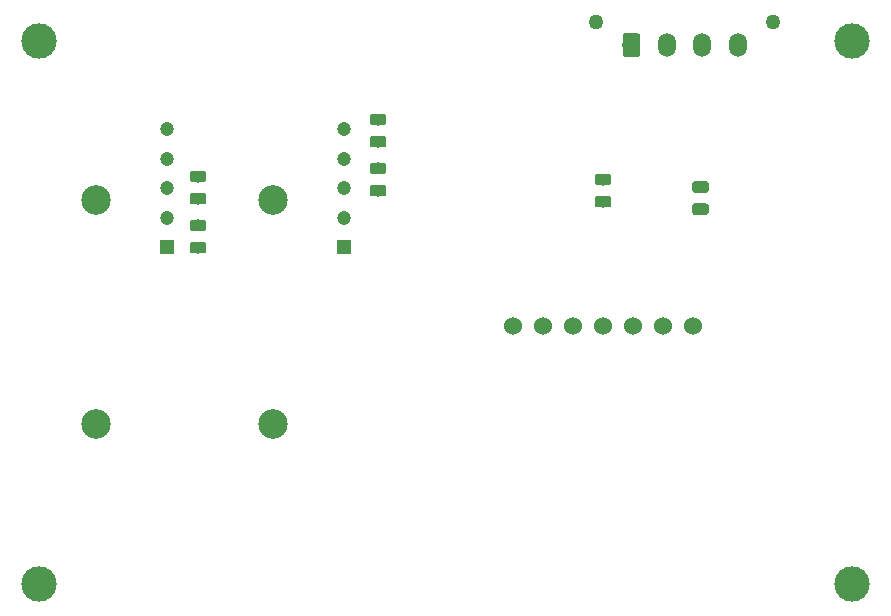
<source format=gbr>
G04 #@! TF.GenerationSoftware,KiCad,Pcbnew,(5.0.0)*
G04 #@! TF.CreationDate,2019-11-16T13:45:37-06:00*
G04 #@! TF.ProjectId,current sensor board,63757272656E742073656E736F722062,rev?*
G04 #@! TF.SameCoordinates,Original*
G04 #@! TF.FileFunction,Soldermask,Bot*
G04 #@! TF.FilePolarity,Negative*
%FSLAX46Y46*%
G04 Gerber Fmt 4.6, Leading zero omitted, Abs format (unit mm)*
G04 Created by KiCad (PCBNEW (5.0.0)) date 11/16/19 13:45:37*
%MOMM*%
%LPD*%
G01*
G04 APERTURE LIST*
%ADD10C,3.000000*%
%ADD11C,1.524000*%
%ADD12C,0.100000*%
%ADD13C,0.975000*%
%ADD14O,1.500000X2.020000*%
%ADD15C,1.500000*%
%ADD16C,1.270000*%
%ADD17C,2.500000*%
%ADD18C,1.200000*%
%ADD19R,1.200000X1.200000*%
G04 APERTURE END LIST*
D10*
G04 #@! TO.C,H4*
X154432000Y-62230000D03*
G04 #@! TD*
G04 #@! TO.C,H3*
X154432000Y-108204000D03*
G04 #@! TD*
G04 #@! TO.C,H2*
X85598000Y-108204000D03*
G04 #@! TD*
G04 #@! TO.C,H1*
X85598000Y-62230000D03*
G04 #@! TD*
D11*
G04 #@! TO.C,U2*
X140970000Y-86360000D03*
X138430000Y-86360000D03*
X135890000Y-86360000D03*
X133350000Y-86360000D03*
X130810000Y-86360000D03*
X128270000Y-86360000D03*
X125730000Y-86360000D03*
G04 #@! TD*
D12*
G04 #@! TO.C,C10*
G36*
X99540142Y-73252174D02*
X99563803Y-73255684D01*
X99587007Y-73261496D01*
X99609529Y-73269554D01*
X99631153Y-73279782D01*
X99651670Y-73292079D01*
X99670883Y-73306329D01*
X99688607Y-73322393D01*
X99704671Y-73340117D01*
X99718921Y-73359330D01*
X99731218Y-73379847D01*
X99741446Y-73401471D01*
X99749504Y-73423993D01*
X99755316Y-73447197D01*
X99758826Y-73470858D01*
X99760000Y-73494750D01*
X99760000Y-73982250D01*
X99758826Y-74006142D01*
X99755316Y-74029803D01*
X99749504Y-74053007D01*
X99741446Y-74075529D01*
X99731218Y-74097153D01*
X99718921Y-74117670D01*
X99704671Y-74136883D01*
X99688607Y-74154607D01*
X99670883Y-74170671D01*
X99651670Y-74184921D01*
X99631153Y-74197218D01*
X99609529Y-74207446D01*
X99587007Y-74215504D01*
X99563803Y-74221316D01*
X99540142Y-74224826D01*
X99516250Y-74226000D01*
X98603750Y-74226000D01*
X98579858Y-74224826D01*
X98556197Y-74221316D01*
X98532993Y-74215504D01*
X98510471Y-74207446D01*
X98488847Y-74197218D01*
X98468330Y-74184921D01*
X98449117Y-74170671D01*
X98431393Y-74154607D01*
X98415329Y-74136883D01*
X98401079Y-74117670D01*
X98388782Y-74097153D01*
X98378554Y-74075529D01*
X98370496Y-74053007D01*
X98364684Y-74029803D01*
X98361174Y-74006142D01*
X98360000Y-73982250D01*
X98360000Y-73494750D01*
X98361174Y-73470858D01*
X98364684Y-73447197D01*
X98370496Y-73423993D01*
X98378554Y-73401471D01*
X98388782Y-73379847D01*
X98401079Y-73359330D01*
X98415329Y-73340117D01*
X98431393Y-73322393D01*
X98449117Y-73306329D01*
X98468330Y-73292079D01*
X98488847Y-73279782D01*
X98510471Y-73269554D01*
X98532993Y-73261496D01*
X98556197Y-73255684D01*
X98579858Y-73252174D01*
X98603750Y-73251000D01*
X99516250Y-73251000D01*
X99540142Y-73252174D01*
X99540142Y-73252174D01*
G37*
D13*
X99060000Y-73738500D03*
D12*
G36*
X99540142Y-75127174D02*
X99563803Y-75130684D01*
X99587007Y-75136496D01*
X99609529Y-75144554D01*
X99631153Y-75154782D01*
X99651670Y-75167079D01*
X99670883Y-75181329D01*
X99688607Y-75197393D01*
X99704671Y-75215117D01*
X99718921Y-75234330D01*
X99731218Y-75254847D01*
X99741446Y-75276471D01*
X99749504Y-75298993D01*
X99755316Y-75322197D01*
X99758826Y-75345858D01*
X99760000Y-75369750D01*
X99760000Y-75857250D01*
X99758826Y-75881142D01*
X99755316Y-75904803D01*
X99749504Y-75928007D01*
X99741446Y-75950529D01*
X99731218Y-75972153D01*
X99718921Y-75992670D01*
X99704671Y-76011883D01*
X99688607Y-76029607D01*
X99670883Y-76045671D01*
X99651670Y-76059921D01*
X99631153Y-76072218D01*
X99609529Y-76082446D01*
X99587007Y-76090504D01*
X99563803Y-76096316D01*
X99540142Y-76099826D01*
X99516250Y-76101000D01*
X98603750Y-76101000D01*
X98579858Y-76099826D01*
X98556197Y-76096316D01*
X98532993Y-76090504D01*
X98510471Y-76082446D01*
X98488847Y-76072218D01*
X98468330Y-76059921D01*
X98449117Y-76045671D01*
X98431393Y-76029607D01*
X98415329Y-76011883D01*
X98401079Y-75992670D01*
X98388782Y-75972153D01*
X98378554Y-75950529D01*
X98370496Y-75928007D01*
X98364684Y-75904803D01*
X98361174Y-75881142D01*
X98360000Y-75857250D01*
X98360000Y-75369750D01*
X98361174Y-75345858D01*
X98364684Y-75322197D01*
X98370496Y-75298993D01*
X98378554Y-75276471D01*
X98388782Y-75254847D01*
X98401079Y-75234330D01*
X98415329Y-75215117D01*
X98431393Y-75197393D01*
X98449117Y-75181329D01*
X98468330Y-75167079D01*
X98488847Y-75154782D01*
X98510471Y-75144554D01*
X98532993Y-75136496D01*
X98556197Y-75130684D01*
X98579858Y-75127174D01*
X98603750Y-75126000D01*
X99516250Y-75126000D01*
X99540142Y-75127174D01*
X99540142Y-75127174D01*
G37*
D13*
X99060000Y-75613500D03*
G04 #@! TD*
D12*
G04 #@! TO.C,C11*
G36*
X114780142Y-70301174D02*
X114803803Y-70304684D01*
X114827007Y-70310496D01*
X114849529Y-70318554D01*
X114871153Y-70328782D01*
X114891670Y-70341079D01*
X114910883Y-70355329D01*
X114928607Y-70371393D01*
X114944671Y-70389117D01*
X114958921Y-70408330D01*
X114971218Y-70428847D01*
X114981446Y-70450471D01*
X114989504Y-70472993D01*
X114995316Y-70496197D01*
X114998826Y-70519858D01*
X115000000Y-70543750D01*
X115000000Y-71031250D01*
X114998826Y-71055142D01*
X114995316Y-71078803D01*
X114989504Y-71102007D01*
X114981446Y-71124529D01*
X114971218Y-71146153D01*
X114958921Y-71166670D01*
X114944671Y-71185883D01*
X114928607Y-71203607D01*
X114910883Y-71219671D01*
X114891670Y-71233921D01*
X114871153Y-71246218D01*
X114849529Y-71256446D01*
X114827007Y-71264504D01*
X114803803Y-71270316D01*
X114780142Y-71273826D01*
X114756250Y-71275000D01*
X113843750Y-71275000D01*
X113819858Y-71273826D01*
X113796197Y-71270316D01*
X113772993Y-71264504D01*
X113750471Y-71256446D01*
X113728847Y-71246218D01*
X113708330Y-71233921D01*
X113689117Y-71219671D01*
X113671393Y-71203607D01*
X113655329Y-71185883D01*
X113641079Y-71166670D01*
X113628782Y-71146153D01*
X113618554Y-71124529D01*
X113610496Y-71102007D01*
X113604684Y-71078803D01*
X113601174Y-71055142D01*
X113600000Y-71031250D01*
X113600000Y-70543750D01*
X113601174Y-70519858D01*
X113604684Y-70496197D01*
X113610496Y-70472993D01*
X113618554Y-70450471D01*
X113628782Y-70428847D01*
X113641079Y-70408330D01*
X113655329Y-70389117D01*
X113671393Y-70371393D01*
X113689117Y-70355329D01*
X113708330Y-70341079D01*
X113728847Y-70328782D01*
X113750471Y-70318554D01*
X113772993Y-70310496D01*
X113796197Y-70304684D01*
X113819858Y-70301174D01*
X113843750Y-70300000D01*
X114756250Y-70300000D01*
X114780142Y-70301174D01*
X114780142Y-70301174D01*
G37*
D13*
X114300000Y-70787500D03*
D12*
G36*
X114780142Y-68426174D02*
X114803803Y-68429684D01*
X114827007Y-68435496D01*
X114849529Y-68443554D01*
X114871153Y-68453782D01*
X114891670Y-68466079D01*
X114910883Y-68480329D01*
X114928607Y-68496393D01*
X114944671Y-68514117D01*
X114958921Y-68533330D01*
X114971218Y-68553847D01*
X114981446Y-68575471D01*
X114989504Y-68597993D01*
X114995316Y-68621197D01*
X114998826Y-68644858D01*
X115000000Y-68668750D01*
X115000000Y-69156250D01*
X114998826Y-69180142D01*
X114995316Y-69203803D01*
X114989504Y-69227007D01*
X114981446Y-69249529D01*
X114971218Y-69271153D01*
X114958921Y-69291670D01*
X114944671Y-69310883D01*
X114928607Y-69328607D01*
X114910883Y-69344671D01*
X114891670Y-69358921D01*
X114871153Y-69371218D01*
X114849529Y-69381446D01*
X114827007Y-69389504D01*
X114803803Y-69395316D01*
X114780142Y-69398826D01*
X114756250Y-69400000D01*
X113843750Y-69400000D01*
X113819858Y-69398826D01*
X113796197Y-69395316D01*
X113772993Y-69389504D01*
X113750471Y-69381446D01*
X113728847Y-69371218D01*
X113708330Y-69358921D01*
X113689117Y-69344671D01*
X113671393Y-69328607D01*
X113655329Y-69310883D01*
X113641079Y-69291670D01*
X113628782Y-69271153D01*
X113618554Y-69249529D01*
X113610496Y-69227007D01*
X113604684Y-69203803D01*
X113601174Y-69180142D01*
X113600000Y-69156250D01*
X113600000Y-68668750D01*
X113601174Y-68644858D01*
X113604684Y-68621197D01*
X113610496Y-68597993D01*
X113618554Y-68575471D01*
X113628782Y-68553847D01*
X113641079Y-68533330D01*
X113655329Y-68514117D01*
X113671393Y-68496393D01*
X113689117Y-68480329D01*
X113708330Y-68466079D01*
X113728847Y-68453782D01*
X113750471Y-68443554D01*
X113772993Y-68435496D01*
X113796197Y-68429684D01*
X113819858Y-68426174D01*
X113843750Y-68425000D01*
X114756250Y-68425000D01*
X114780142Y-68426174D01*
X114780142Y-68426174D01*
G37*
D13*
X114300000Y-68912500D03*
G04 #@! TD*
D12*
G04 #@! TO.C,C12*
G36*
X99540142Y-79269674D02*
X99563803Y-79273184D01*
X99587007Y-79278996D01*
X99609529Y-79287054D01*
X99631153Y-79297282D01*
X99651670Y-79309579D01*
X99670883Y-79323829D01*
X99688607Y-79339893D01*
X99704671Y-79357617D01*
X99718921Y-79376830D01*
X99731218Y-79397347D01*
X99741446Y-79418971D01*
X99749504Y-79441493D01*
X99755316Y-79464697D01*
X99758826Y-79488358D01*
X99760000Y-79512250D01*
X99760000Y-79999750D01*
X99758826Y-80023642D01*
X99755316Y-80047303D01*
X99749504Y-80070507D01*
X99741446Y-80093029D01*
X99731218Y-80114653D01*
X99718921Y-80135170D01*
X99704671Y-80154383D01*
X99688607Y-80172107D01*
X99670883Y-80188171D01*
X99651670Y-80202421D01*
X99631153Y-80214718D01*
X99609529Y-80224946D01*
X99587007Y-80233004D01*
X99563803Y-80238816D01*
X99540142Y-80242326D01*
X99516250Y-80243500D01*
X98603750Y-80243500D01*
X98579858Y-80242326D01*
X98556197Y-80238816D01*
X98532993Y-80233004D01*
X98510471Y-80224946D01*
X98488847Y-80214718D01*
X98468330Y-80202421D01*
X98449117Y-80188171D01*
X98431393Y-80172107D01*
X98415329Y-80154383D01*
X98401079Y-80135170D01*
X98388782Y-80114653D01*
X98378554Y-80093029D01*
X98370496Y-80070507D01*
X98364684Y-80047303D01*
X98361174Y-80023642D01*
X98360000Y-79999750D01*
X98360000Y-79512250D01*
X98361174Y-79488358D01*
X98364684Y-79464697D01*
X98370496Y-79441493D01*
X98378554Y-79418971D01*
X98388782Y-79397347D01*
X98401079Y-79376830D01*
X98415329Y-79357617D01*
X98431393Y-79339893D01*
X98449117Y-79323829D01*
X98468330Y-79309579D01*
X98488847Y-79297282D01*
X98510471Y-79287054D01*
X98532993Y-79278996D01*
X98556197Y-79273184D01*
X98579858Y-79269674D01*
X98603750Y-79268500D01*
X99516250Y-79268500D01*
X99540142Y-79269674D01*
X99540142Y-79269674D01*
G37*
D13*
X99060000Y-79756000D03*
D12*
G36*
X99540142Y-77394674D02*
X99563803Y-77398184D01*
X99587007Y-77403996D01*
X99609529Y-77412054D01*
X99631153Y-77422282D01*
X99651670Y-77434579D01*
X99670883Y-77448829D01*
X99688607Y-77464893D01*
X99704671Y-77482617D01*
X99718921Y-77501830D01*
X99731218Y-77522347D01*
X99741446Y-77543971D01*
X99749504Y-77566493D01*
X99755316Y-77589697D01*
X99758826Y-77613358D01*
X99760000Y-77637250D01*
X99760000Y-78124750D01*
X99758826Y-78148642D01*
X99755316Y-78172303D01*
X99749504Y-78195507D01*
X99741446Y-78218029D01*
X99731218Y-78239653D01*
X99718921Y-78260170D01*
X99704671Y-78279383D01*
X99688607Y-78297107D01*
X99670883Y-78313171D01*
X99651670Y-78327421D01*
X99631153Y-78339718D01*
X99609529Y-78349946D01*
X99587007Y-78358004D01*
X99563803Y-78363816D01*
X99540142Y-78367326D01*
X99516250Y-78368500D01*
X98603750Y-78368500D01*
X98579858Y-78367326D01*
X98556197Y-78363816D01*
X98532993Y-78358004D01*
X98510471Y-78349946D01*
X98488847Y-78339718D01*
X98468330Y-78327421D01*
X98449117Y-78313171D01*
X98431393Y-78297107D01*
X98415329Y-78279383D01*
X98401079Y-78260170D01*
X98388782Y-78239653D01*
X98378554Y-78218029D01*
X98370496Y-78195507D01*
X98364684Y-78172303D01*
X98361174Y-78148642D01*
X98360000Y-78124750D01*
X98360000Y-77637250D01*
X98361174Y-77613358D01*
X98364684Y-77589697D01*
X98370496Y-77566493D01*
X98378554Y-77543971D01*
X98388782Y-77522347D01*
X98401079Y-77501830D01*
X98415329Y-77482617D01*
X98431393Y-77464893D01*
X98449117Y-77448829D01*
X98468330Y-77434579D01*
X98488847Y-77422282D01*
X98510471Y-77412054D01*
X98532993Y-77403996D01*
X98556197Y-77398184D01*
X98579858Y-77394674D01*
X98603750Y-77393500D01*
X99516250Y-77393500D01*
X99540142Y-77394674D01*
X99540142Y-77394674D01*
G37*
D13*
X99060000Y-77881000D03*
G04 #@! TD*
D12*
G04 #@! TO.C,C13*
G36*
X114780142Y-72568674D02*
X114803803Y-72572184D01*
X114827007Y-72577996D01*
X114849529Y-72586054D01*
X114871153Y-72596282D01*
X114891670Y-72608579D01*
X114910883Y-72622829D01*
X114928607Y-72638893D01*
X114944671Y-72656617D01*
X114958921Y-72675830D01*
X114971218Y-72696347D01*
X114981446Y-72717971D01*
X114989504Y-72740493D01*
X114995316Y-72763697D01*
X114998826Y-72787358D01*
X115000000Y-72811250D01*
X115000000Y-73298750D01*
X114998826Y-73322642D01*
X114995316Y-73346303D01*
X114989504Y-73369507D01*
X114981446Y-73392029D01*
X114971218Y-73413653D01*
X114958921Y-73434170D01*
X114944671Y-73453383D01*
X114928607Y-73471107D01*
X114910883Y-73487171D01*
X114891670Y-73501421D01*
X114871153Y-73513718D01*
X114849529Y-73523946D01*
X114827007Y-73532004D01*
X114803803Y-73537816D01*
X114780142Y-73541326D01*
X114756250Y-73542500D01*
X113843750Y-73542500D01*
X113819858Y-73541326D01*
X113796197Y-73537816D01*
X113772993Y-73532004D01*
X113750471Y-73523946D01*
X113728847Y-73513718D01*
X113708330Y-73501421D01*
X113689117Y-73487171D01*
X113671393Y-73471107D01*
X113655329Y-73453383D01*
X113641079Y-73434170D01*
X113628782Y-73413653D01*
X113618554Y-73392029D01*
X113610496Y-73369507D01*
X113604684Y-73346303D01*
X113601174Y-73322642D01*
X113600000Y-73298750D01*
X113600000Y-72811250D01*
X113601174Y-72787358D01*
X113604684Y-72763697D01*
X113610496Y-72740493D01*
X113618554Y-72717971D01*
X113628782Y-72696347D01*
X113641079Y-72675830D01*
X113655329Y-72656617D01*
X113671393Y-72638893D01*
X113689117Y-72622829D01*
X113708330Y-72608579D01*
X113728847Y-72596282D01*
X113750471Y-72586054D01*
X113772993Y-72577996D01*
X113796197Y-72572184D01*
X113819858Y-72568674D01*
X113843750Y-72567500D01*
X114756250Y-72567500D01*
X114780142Y-72568674D01*
X114780142Y-72568674D01*
G37*
D13*
X114300000Y-73055000D03*
D12*
G36*
X114780142Y-74443674D02*
X114803803Y-74447184D01*
X114827007Y-74452996D01*
X114849529Y-74461054D01*
X114871153Y-74471282D01*
X114891670Y-74483579D01*
X114910883Y-74497829D01*
X114928607Y-74513893D01*
X114944671Y-74531617D01*
X114958921Y-74550830D01*
X114971218Y-74571347D01*
X114981446Y-74592971D01*
X114989504Y-74615493D01*
X114995316Y-74638697D01*
X114998826Y-74662358D01*
X115000000Y-74686250D01*
X115000000Y-75173750D01*
X114998826Y-75197642D01*
X114995316Y-75221303D01*
X114989504Y-75244507D01*
X114981446Y-75267029D01*
X114971218Y-75288653D01*
X114958921Y-75309170D01*
X114944671Y-75328383D01*
X114928607Y-75346107D01*
X114910883Y-75362171D01*
X114891670Y-75376421D01*
X114871153Y-75388718D01*
X114849529Y-75398946D01*
X114827007Y-75407004D01*
X114803803Y-75412816D01*
X114780142Y-75416326D01*
X114756250Y-75417500D01*
X113843750Y-75417500D01*
X113819858Y-75416326D01*
X113796197Y-75412816D01*
X113772993Y-75407004D01*
X113750471Y-75398946D01*
X113728847Y-75388718D01*
X113708330Y-75376421D01*
X113689117Y-75362171D01*
X113671393Y-75346107D01*
X113655329Y-75328383D01*
X113641079Y-75309170D01*
X113628782Y-75288653D01*
X113618554Y-75267029D01*
X113610496Y-75244507D01*
X113604684Y-75221303D01*
X113601174Y-75197642D01*
X113600000Y-75173750D01*
X113600000Y-74686250D01*
X113601174Y-74662358D01*
X113604684Y-74638697D01*
X113610496Y-74615493D01*
X113618554Y-74592971D01*
X113628782Y-74571347D01*
X113641079Y-74550830D01*
X113655329Y-74531617D01*
X113671393Y-74513893D01*
X113689117Y-74497829D01*
X113708330Y-74483579D01*
X113728847Y-74471282D01*
X113750471Y-74461054D01*
X113772993Y-74452996D01*
X113796197Y-74447184D01*
X113819858Y-74443674D01*
X113843750Y-74442500D01*
X114756250Y-74442500D01*
X114780142Y-74443674D01*
X114780142Y-74443674D01*
G37*
D13*
X114300000Y-74930000D03*
G04 #@! TD*
D12*
G04 #@! TO.C,C15*
G36*
X142085142Y-74141174D02*
X142108803Y-74144684D01*
X142132007Y-74150496D01*
X142154529Y-74158554D01*
X142176153Y-74168782D01*
X142196670Y-74181079D01*
X142215883Y-74195329D01*
X142233607Y-74211393D01*
X142249671Y-74229117D01*
X142263921Y-74248330D01*
X142276218Y-74268847D01*
X142286446Y-74290471D01*
X142294504Y-74312993D01*
X142300316Y-74336197D01*
X142303826Y-74359858D01*
X142305000Y-74383750D01*
X142305000Y-74871250D01*
X142303826Y-74895142D01*
X142300316Y-74918803D01*
X142294504Y-74942007D01*
X142286446Y-74964529D01*
X142276218Y-74986153D01*
X142263921Y-75006670D01*
X142249671Y-75025883D01*
X142233607Y-75043607D01*
X142215883Y-75059671D01*
X142196670Y-75073921D01*
X142176153Y-75086218D01*
X142154529Y-75096446D01*
X142132007Y-75104504D01*
X142108803Y-75110316D01*
X142085142Y-75113826D01*
X142061250Y-75115000D01*
X141148750Y-75115000D01*
X141124858Y-75113826D01*
X141101197Y-75110316D01*
X141077993Y-75104504D01*
X141055471Y-75096446D01*
X141033847Y-75086218D01*
X141013330Y-75073921D01*
X140994117Y-75059671D01*
X140976393Y-75043607D01*
X140960329Y-75025883D01*
X140946079Y-75006670D01*
X140933782Y-74986153D01*
X140923554Y-74964529D01*
X140915496Y-74942007D01*
X140909684Y-74918803D01*
X140906174Y-74895142D01*
X140905000Y-74871250D01*
X140905000Y-74383750D01*
X140906174Y-74359858D01*
X140909684Y-74336197D01*
X140915496Y-74312993D01*
X140923554Y-74290471D01*
X140933782Y-74268847D01*
X140946079Y-74248330D01*
X140960329Y-74229117D01*
X140976393Y-74211393D01*
X140994117Y-74195329D01*
X141013330Y-74181079D01*
X141033847Y-74168782D01*
X141055471Y-74158554D01*
X141077993Y-74150496D01*
X141101197Y-74144684D01*
X141124858Y-74141174D01*
X141148750Y-74140000D01*
X142061250Y-74140000D01*
X142085142Y-74141174D01*
X142085142Y-74141174D01*
G37*
D13*
X141605000Y-74627500D03*
D12*
G36*
X142085142Y-76016174D02*
X142108803Y-76019684D01*
X142132007Y-76025496D01*
X142154529Y-76033554D01*
X142176153Y-76043782D01*
X142196670Y-76056079D01*
X142215883Y-76070329D01*
X142233607Y-76086393D01*
X142249671Y-76104117D01*
X142263921Y-76123330D01*
X142276218Y-76143847D01*
X142286446Y-76165471D01*
X142294504Y-76187993D01*
X142300316Y-76211197D01*
X142303826Y-76234858D01*
X142305000Y-76258750D01*
X142305000Y-76746250D01*
X142303826Y-76770142D01*
X142300316Y-76793803D01*
X142294504Y-76817007D01*
X142286446Y-76839529D01*
X142276218Y-76861153D01*
X142263921Y-76881670D01*
X142249671Y-76900883D01*
X142233607Y-76918607D01*
X142215883Y-76934671D01*
X142196670Y-76948921D01*
X142176153Y-76961218D01*
X142154529Y-76971446D01*
X142132007Y-76979504D01*
X142108803Y-76985316D01*
X142085142Y-76988826D01*
X142061250Y-76990000D01*
X141148750Y-76990000D01*
X141124858Y-76988826D01*
X141101197Y-76985316D01*
X141077993Y-76979504D01*
X141055471Y-76971446D01*
X141033847Y-76961218D01*
X141013330Y-76948921D01*
X140994117Y-76934671D01*
X140976393Y-76918607D01*
X140960329Y-76900883D01*
X140946079Y-76881670D01*
X140933782Y-76861153D01*
X140923554Y-76839529D01*
X140915496Y-76817007D01*
X140909684Y-76793803D01*
X140906174Y-76770142D01*
X140905000Y-76746250D01*
X140905000Y-76258750D01*
X140906174Y-76234858D01*
X140909684Y-76211197D01*
X140915496Y-76187993D01*
X140923554Y-76165471D01*
X140933782Y-76143847D01*
X140946079Y-76123330D01*
X140960329Y-76104117D01*
X140976393Y-76086393D01*
X140994117Y-76070329D01*
X141013330Y-76056079D01*
X141033847Y-76043782D01*
X141055471Y-76033554D01*
X141077993Y-76025496D01*
X141101197Y-76019684D01*
X141124858Y-76016174D01*
X141148750Y-76015000D01*
X142061250Y-76015000D01*
X142085142Y-76016174D01*
X142085142Y-76016174D01*
G37*
D13*
X141605000Y-76502500D03*
G04 #@! TD*
D12*
G04 #@! TO.C,C16*
G36*
X133830142Y-75381174D02*
X133853803Y-75384684D01*
X133877007Y-75390496D01*
X133899529Y-75398554D01*
X133921153Y-75408782D01*
X133941670Y-75421079D01*
X133960883Y-75435329D01*
X133978607Y-75451393D01*
X133994671Y-75469117D01*
X134008921Y-75488330D01*
X134021218Y-75508847D01*
X134031446Y-75530471D01*
X134039504Y-75552993D01*
X134045316Y-75576197D01*
X134048826Y-75599858D01*
X134050000Y-75623750D01*
X134050000Y-76111250D01*
X134048826Y-76135142D01*
X134045316Y-76158803D01*
X134039504Y-76182007D01*
X134031446Y-76204529D01*
X134021218Y-76226153D01*
X134008921Y-76246670D01*
X133994671Y-76265883D01*
X133978607Y-76283607D01*
X133960883Y-76299671D01*
X133941670Y-76313921D01*
X133921153Y-76326218D01*
X133899529Y-76336446D01*
X133877007Y-76344504D01*
X133853803Y-76350316D01*
X133830142Y-76353826D01*
X133806250Y-76355000D01*
X132893750Y-76355000D01*
X132869858Y-76353826D01*
X132846197Y-76350316D01*
X132822993Y-76344504D01*
X132800471Y-76336446D01*
X132778847Y-76326218D01*
X132758330Y-76313921D01*
X132739117Y-76299671D01*
X132721393Y-76283607D01*
X132705329Y-76265883D01*
X132691079Y-76246670D01*
X132678782Y-76226153D01*
X132668554Y-76204529D01*
X132660496Y-76182007D01*
X132654684Y-76158803D01*
X132651174Y-76135142D01*
X132650000Y-76111250D01*
X132650000Y-75623750D01*
X132651174Y-75599858D01*
X132654684Y-75576197D01*
X132660496Y-75552993D01*
X132668554Y-75530471D01*
X132678782Y-75508847D01*
X132691079Y-75488330D01*
X132705329Y-75469117D01*
X132721393Y-75451393D01*
X132739117Y-75435329D01*
X132758330Y-75421079D01*
X132778847Y-75408782D01*
X132800471Y-75398554D01*
X132822993Y-75390496D01*
X132846197Y-75384684D01*
X132869858Y-75381174D01*
X132893750Y-75380000D01*
X133806250Y-75380000D01*
X133830142Y-75381174D01*
X133830142Y-75381174D01*
G37*
D13*
X133350000Y-75867500D03*
D12*
G36*
X133830142Y-73506174D02*
X133853803Y-73509684D01*
X133877007Y-73515496D01*
X133899529Y-73523554D01*
X133921153Y-73533782D01*
X133941670Y-73546079D01*
X133960883Y-73560329D01*
X133978607Y-73576393D01*
X133994671Y-73594117D01*
X134008921Y-73613330D01*
X134021218Y-73633847D01*
X134031446Y-73655471D01*
X134039504Y-73677993D01*
X134045316Y-73701197D01*
X134048826Y-73724858D01*
X134050000Y-73748750D01*
X134050000Y-74236250D01*
X134048826Y-74260142D01*
X134045316Y-74283803D01*
X134039504Y-74307007D01*
X134031446Y-74329529D01*
X134021218Y-74351153D01*
X134008921Y-74371670D01*
X133994671Y-74390883D01*
X133978607Y-74408607D01*
X133960883Y-74424671D01*
X133941670Y-74438921D01*
X133921153Y-74451218D01*
X133899529Y-74461446D01*
X133877007Y-74469504D01*
X133853803Y-74475316D01*
X133830142Y-74478826D01*
X133806250Y-74480000D01*
X132893750Y-74480000D01*
X132869858Y-74478826D01*
X132846197Y-74475316D01*
X132822993Y-74469504D01*
X132800471Y-74461446D01*
X132778847Y-74451218D01*
X132758330Y-74438921D01*
X132739117Y-74424671D01*
X132721393Y-74408607D01*
X132705329Y-74390883D01*
X132691079Y-74371670D01*
X132678782Y-74351153D01*
X132668554Y-74329529D01*
X132660496Y-74307007D01*
X132654684Y-74283803D01*
X132651174Y-74260142D01*
X132650000Y-74236250D01*
X132650000Y-73748750D01*
X132651174Y-73724858D01*
X132654684Y-73701197D01*
X132660496Y-73677993D01*
X132668554Y-73655471D01*
X132678782Y-73633847D01*
X132691079Y-73613330D01*
X132705329Y-73594117D01*
X132721393Y-73576393D01*
X132739117Y-73560329D01*
X132758330Y-73546079D01*
X132778847Y-73533782D01*
X132800471Y-73523554D01*
X132822993Y-73515496D01*
X132846197Y-73509684D01*
X132869858Y-73506174D01*
X132893750Y-73505000D01*
X133806250Y-73505000D01*
X133830142Y-73506174D01*
X133830142Y-73506174D01*
G37*
D13*
X133350000Y-73992500D03*
G04 #@! TD*
D14*
G04 #@! TO.C,J1*
X144763000Y-62611000D03*
X141763000Y-62611000D03*
X138763000Y-62611000D03*
D12*
G36*
X136287504Y-61602204D02*
X136311773Y-61605804D01*
X136335571Y-61611765D01*
X136358671Y-61620030D01*
X136380849Y-61630520D01*
X136401893Y-61643133D01*
X136421598Y-61657747D01*
X136439777Y-61674223D01*
X136456253Y-61692402D01*
X136470867Y-61712107D01*
X136483480Y-61733151D01*
X136493970Y-61755329D01*
X136502235Y-61778429D01*
X136508196Y-61802227D01*
X136511796Y-61826496D01*
X136513000Y-61851000D01*
X136513000Y-63371000D01*
X136511796Y-63395504D01*
X136508196Y-63419773D01*
X136502235Y-63443571D01*
X136493970Y-63466671D01*
X136483480Y-63488849D01*
X136470867Y-63509893D01*
X136456253Y-63529598D01*
X136439777Y-63547777D01*
X136421598Y-63564253D01*
X136401893Y-63578867D01*
X136380849Y-63591480D01*
X136358671Y-63601970D01*
X136335571Y-63610235D01*
X136311773Y-63616196D01*
X136287504Y-63619796D01*
X136263000Y-63621000D01*
X135263000Y-63621000D01*
X135238496Y-63619796D01*
X135214227Y-63616196D01*
X135190429Y-63610235D01*
X135167329Y-63601970D01*
X135145151Y-63591480D01*
X135124107Y-63578867D01*
X135104402Y-63564253D01*
X135086223Y-63547777D01*
X135069747Y-63529598D01*
X135055133Y-63509893D01*
X135042520Y-63488849D01*
X135032030Y-63466671D01*
X135023765Y-63443571D01*
X135017804Y-63419773D01*
X135014204Y-63395504D01*
X135013000Y-63371000D01*
X135013000Y-61851000D01*
X135014204Y-61826496D01*
X135017804Y-61802227D01*
X135023765Y-61778429D01*
X135032030Y-61755329D01*
X135042520Y-61733151D01*
X135055133Y-61712107D01*
X135069747Y-61692402D01*
X135086223Y-61674223D01*
X135104402Y-61657747D01*
X135124107Y-61643133D01*
X135145151Y-61630520D01*
X135167329Y-61620030D01*
X135190429Y-61611765D01*
X135214227Y-61605804D01*
X135238496Y-61602204D01*
X135263000Y-61601000D01*
X136263000Y-61601000D01*
X136287504Y-61602204D01*
X136287504Y-61602204D01*
G37*
D15*
X135763000Y-62611000D03*
D16*
X147763000Y-60651000D03*
X132763000Y-60651000D03*
G04 #@! TD*
D17*
G04 #@! TO.C,U3*
X105410000Y-94716000D03*
X105410000Y-75716000D03*
D18*
X111410000Y-69716000D03*
X111410000Y-72216000D03*
X111410000Y-74716000D03*
X111410000Y-77216000D03*
D19*
X111410000Y-79716000D03*
G04 #@! TD*
G04 #@! TO.C,U4*
X96440000Y-79716000D03*
D18*
X96440000Y-77216000D03*
X96440000Y-74716000D03*
X96440000Y-72216000D03*
X96440000Y-69716000D03*
D17*
X90440000Y-75716000D03*
X90440000Y-94716000D03*
G04 #@! TD*
M02*

</source>
